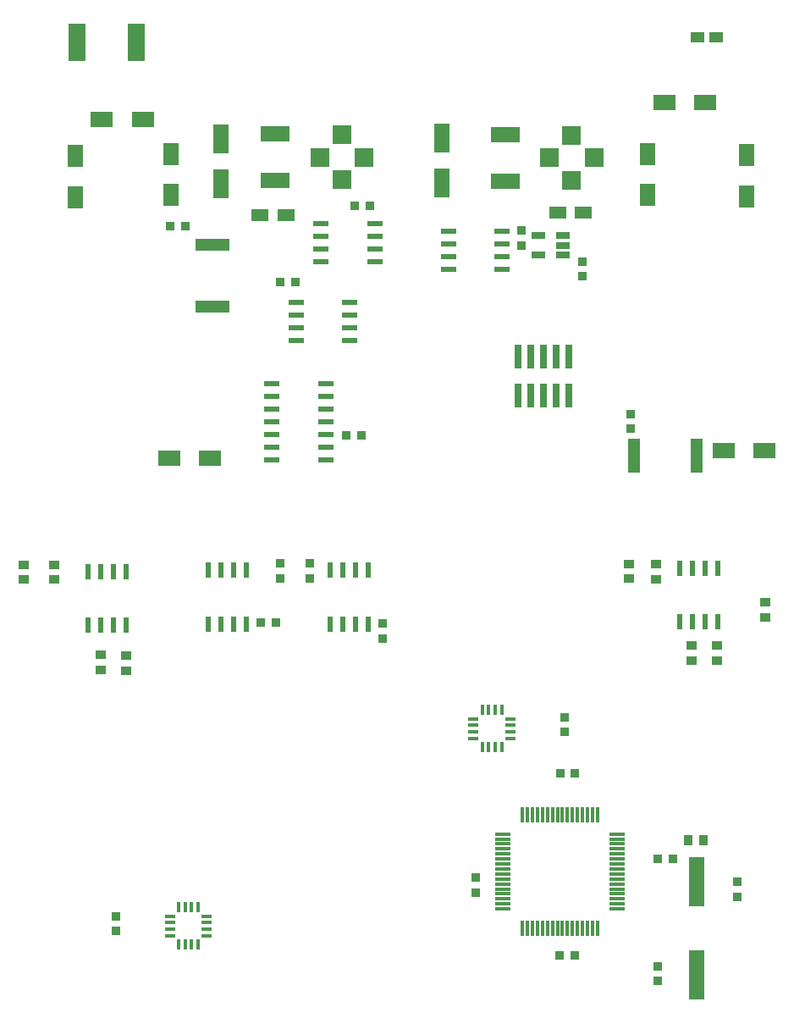
<source format=gtp>
%FSLAX34Y34*%
G04 Gerber Fmt 3.4, Leading zero omitted, Abs format*
G04 (created by PCBNEW (2014-02-21 BZR 4712)-product) date Sun 02 Mar 2014 06:29:27 PM PST*
%MOIN*%
G01*
G70*
G90*
G04 APERTURE LIST*
%ADD10C,0.005906*%
%ADD11R,0.029921X0.094488*%
%ADD12R,0.039300X0.013700*%
%ADD13R,0.013700X0.039300*%
%ADD14R,0.118100X0.063000*%
%ADD15R,0.072178X0.072178*%
%ADD16R,0.062900X0.118100*%
%ADD17R,0.037400X0.035400*%
%ADD18R,0.070800X0.049200*%
%ADD19R,0.035400X0.037400*%
%ADD20R,0.053100X0.041300*%
%ADD21R,0.086600X0.061000*%
%ADD22R,0.061000X0.086600*%
%ADD23R,0.039300X0.033400*%
%ADD24R,0.033400X0.039300*%
%ADD25R,0.045200X0.131800*%
%ADD26R,0.131800X0.045200*%
%ADD27R,0.066900X0.145700*%
%ADD28R,0.061000X0.023600*%
%ADD29R,0.059000X0.011800*%
%ADD30R,0.011800X0.059000*%
%ADD31R,0.052800X0.025900*%
%ADD32R,0.023600X0.061000*%
%ADD33R,0.062900X0.192900*%
G04 APERTURE END LIST*
G54D10*
G54D11*
X45488Y-33090D03*
X45488Y-34625D03*
X44988Y-33090D03*
X44988Y-34625D03*
X44488Y-33090D03*
X44488Y-34625D03*
X43988Y-33090D03*
X43988Y-34625D03*
X43488Y-33090D03*
X43488Y-34625D03*
G54D12*
X31239Y-55865D03*
X31239Y-55609D03*
X31239Y-55355D03*
X31239Y-55099D03*
G54D13*
X30894Y-54754D03*
X30638Y-54754D03*
X30384Y-54754D03*
X30128Y-54754D03*
G54D12*
X29783Y-55099D03*
X29783Y-55355D03*
X29783Y-55609D03*
X29783Y-55865D03*
G54D13*
X30128Y-56210D03*
X30384Y-56210D03*
X30638Y-56210D03*
X30894Y-56210D03*
G54D12*
X41748Y-47329D03*
X41748Y-47585D03*
X41748Y-47839D03*
X41748Y-48095D03*
G54D13*
X42093Y-48440D03*
X42349Y-48440D03*
X42603Y-48440D03*
X42859Y-48440D03*
G54D12*
X43204Y-48095D03*
X43204Y-47839D03*
X43204Y-47585D03*
X43204Y-47329D03*
G54D13*
X42859Y-46984D03*
X42603Y-46984D03*
X42349Y-46984D03*
X42093Y-46984D03*
G54D14*
X42988Y-24349D03*
X42988Y-26161D03*
G54D15*
X45606Y-24376D03*
X45606Y-26135D03*
X46485Y-25255D03*
X44726Y-25255D03*
G54D14*
X33946Y-24324D03*
X33946Y-26136D03*
G54D15*
X36564Y-24351D03*
X36564Y-26109D03*
X37444Y-25230D03*
X35685Y-25230D03*
G54D16*
X40488Y-24485D03*
X40488Y-26255D03*
G54D17*
X45344Y-47269D03*
X45344Y-47859D03*
G54D18*
X45051Y-27413D03*
X46073Y-27413D03*
G54D19*
X45159Y-49490D03*
X45749Y-49490D03*
X48998Y-52844D03*
X49588Y-52844D03*
G54D17*
X41824Y-53588D03*
X41824Y-54178D03*
G54D19*
X45143Y-56651D03*
X45733Y-56651D03*
G54D17*
X27659Y-55686D03*
X27659Y-55096D03*
X43635Y-28108D03*
X43635Y-28698D03*
X49001Y-57061D03*
X49001Y-57651D03*
X46049Y-29919D03*
X46049Y-29329D03*
X52120Y-53738D03*
X52120Y-54328D03*
G54D16*
X31801Y-24514D03*
X31801Y-26284D03*
G54D18*
X34369Y-27500D03*
X33347Y-27500D03*
G54D19*
X29799Y-27940D03*
X30389Y-27940D03*
G54D17*
X47923Y-35329D03*
X47923Y-35919D03*
G54D19*
X37069Y-27159D03*
X37659Y-27159D03*
X34722Y-30127D03*
X34132Y-30127D03*
X36734Y-36179D03*
X37324Y-36179D03*
G54D17*
X34143Y-41808D03*
X34143Y-41218D03*
X35309Y-41808D03*
X35309Y-41218D03*
G54D19*
X33958Y-43545D03*
X33368Y-43545D03*
G54D17*
X38171Y-43584D03*
X38171Y-44174D03*
G54D20*
X51285Y-20505D03*
X50577Y-20505D03*
G54D21*
X27102Y-23751D03*
X28716Y-23751D03*
G54D22*
X29818Y-26712D03*
X29818Y-25098D03*
G54D21*
X53210Y-36761D03*
X51596Y-36761D03*
G54D22*
X48598Y-26724D03*
X48598Y-25110D03*
X26082Y-25189D03*
X26082Y-26803D03*
G54D21*
X29763Y-37066D03*
X31377Y-37066D03*
G54D22*
X52515Y-26767D03*
X52515Y-25153D03*
G54D21*
X50877Y-23078D03*
X49263Y-23078D03*
G54D23*
X53218Y-42758D03*
X53218Y-43348D03*
G54D24*
X50800Y-52124D03*
X50210Y-52124D03*
G54D23*
X27061Y-45415D03*
X27061Y-44825D03*
X28057Y-45430D03*
X28057Y-44840D03*
X50348Y-45045D03*
X50348Y-44455D03*
X51348Y-45045D03*
X51348Y-44455D03*
X24041Y-41856D03*
X24041Y-41266D03*
X47860Y-41824D03*
X47860Y-41234D03*
X25218Y-41856D03*
X25218Y-41266D03*
X48919Y-41828D03*
X48919Y-41238D03*
G54D25*
X48081Y-36982D03*
X50521Y-36982D03*
G54D26*
X31468Y-28673D03*
X31468Y-31113D03*
G54D27*
X26142Y-20724D03*
X28464Y-20724D03*
G54D28*
X40756Y-28155D03*
X40756Y-28655D03*
X40756Y-29155D03*
X40756Y-29655D03*
X42880Y-29655D03*
X42880Y-29155D03*
X42880Y-28655D03*
X42880Y-28155D03*
G54D29*
X42907Y-51864D03*
X42907Y-52061D03*
X42907Y-52258D03*
X42907Y-52455D03*
X42907Y-52652D03*
X42907Y-52848D03*
X42907Y-53045D03*
X42907Y-53242D03*
X42907Y-53438D03*
X42907Y-53635D03*
X42907Y-53832D03*
X42907Y-54028D03*
X42907Y-54225D03*
X42907Y-54422D03*
X42907Y-54619D03*
X42907Y-54816D03*
G54D30*
X43675Y-55584D03*
X43872Y-55584D03*
X44069Y-55584D03*
X44266Y-55584D03*
X44463Y-55584D03*
X44659Y-55584D03*
X44856Y-55584D03*
X45053Y-55584D03*
X45249Y-55584D03*
X45446Y-55584D03*
X45643Y-55584D03*
X45839Y-55584D03*
X46036Y-55584D03*
X46233Y-55584D03*
X46430Y-55584D03*
X46627Y-55584D03*
G54D29*
X47395Y-54816D03*
X47395Y-54619D03*
X47395Y-54422D03*
X47395Y-54225D03*
X47395Y-54028D03*
X47395Y-53832D03*
X47395Y-53635D03*
X47395Y-53438D03*
X47395Y-53242D03*
X47395Y-53045D03*
X47395Y-52848D03*
X47395Y-52652D03*
X47395Y-52455D03*
X47395Y-52258D03*
X47395Y-52061D03*
X47395Y-51864D03*
G54D30*
X46627Y-51096D03*
X46430Y-51096D03*
X46233Y-51096D03*
X46036Y-51096D03*
X45839Y-51096D03*
X45643Y-51096D03*
X45446Y-51096D03*
X45249Y-51096D03*
X45053Y-51096D03*
X44856Y-51096D03*
X44659Y-51096D03*
X44463Y-51096D03*
X44266Y-51096D03*
X44069Y-51096D03*
X43872Y-51096D03*
X43675Y-51096D03*
G54D31*
X45250Y-29070D03*
X45250Y-28696D03*
X45250Y-28322D03*
X44300Y-28322D03*
X44300Y-29070D03*
G54D32*
X31314Y-43611D03*
X31814Y-43611D03*
X32314Y-43611D03*
X32814Y-43611D03*
X32814Y-41487D03*
X32314Y-41487D03*
X31814Y-41487D03*
X31314Y-41487D03*
X36114Y-43611D03*
X36614Y-43611D03*
X37114Y-43611D03*
X37614Y-43611D03*
X37614Y-41487D03*
X37114Y-41487D03*
X36614Y-41487D03*
X36114Y-41487D03*
X26559Y-43658D03*
X27059Y-43658D03*
X27559Y-43658D03*
X28059Y-43658D03*
X28059Y-41534D03*
X27559Y-41534D03*
X27059Y-41534D03*
X26559Y-41534D03*
X49850Y-43520D03*
X50350Y-43520D03*
X50850Y-43520D03*
X51350Y-43520D03*
X51350Y-41396D03*
X50850Y-41396D03*
X50350Y-41396D03*
X49850Y-41396D03*
G54D28*
X33813Y-34155D03*
X33813Y-34655D03*
X33813Y-35155D03*
X33813Y-35655D03*
X33813Y-36155D03*
X33813Y-36655D03*
X33813Y-37155D03*
X35937Y-37155D03*
X35937Y-36655D03*
X35937Y-36155D03*
X35937Y-35655D03*
X35937Y-35155D03*
X35937Y-34655D03*
X35937Y-34155D03*
X34758Y-30929D03*
X34758Y-31429D03*
X34758Y-31929D03*
X34758Y-32429D03*
X36882Y-32429D03*
X36882Y-31929D03*
X36882Y-31429D03*
X36882Y-30929D03*
X37855Y-29354D03*
X37855Y-28854D03*
X37855Y-28354D03*
X37855Y-27854D03*
X35731Y-27854D03*
X35731Y-28354D03*
X35731Y-28854D03*
X35731Y-29354D03*
G54D33*
X50549Y-57418D03*
X50549Y-53758D03*
M02*

</source>
